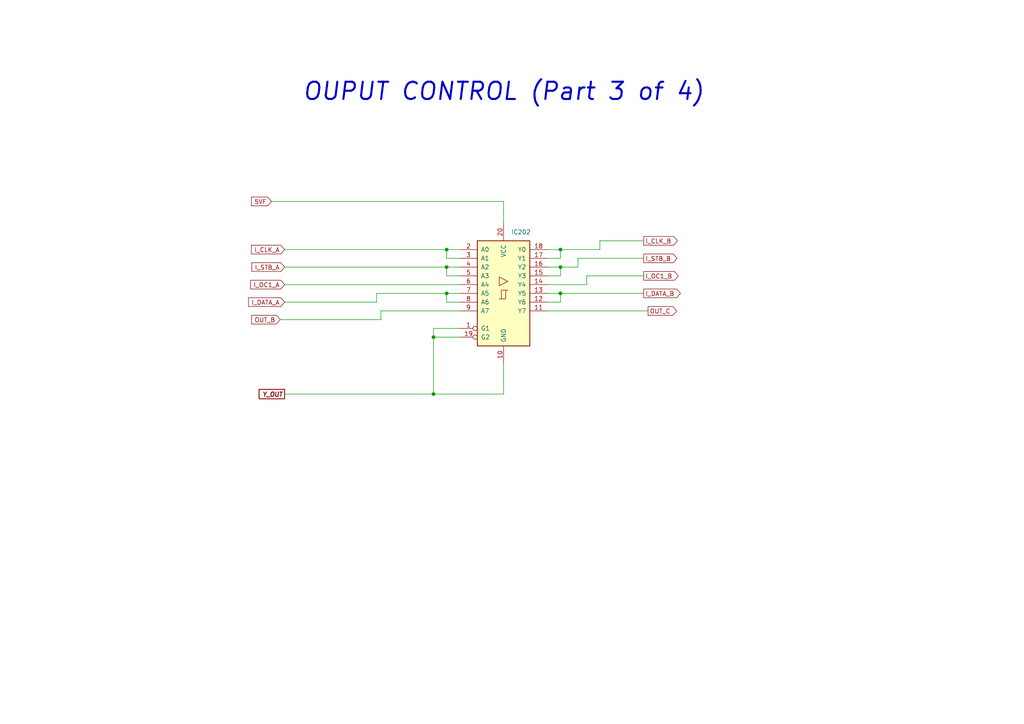
<source format=kicad_sch>
(kicad_sch (version 20231120) (generator "eeschema") (generator_version "8.0")
  (paper "A4")
  (title_block (title "Y BOARD LG PLASMA TV PANEL") (date "2025-03-24") (rev "1.0") (comment 1 "Author: Fábio Pereira da Silva") (comment 2 "Output control (Part 3 of 4)"))
  (lib_symbols
    (symbol "74xx:74AHC541" (pin_names (offset 1.016))
      (property "Reference" "U" (at -7.62 16.51 0))
      (property "Value" "74AHC541" (at -7.62 -16.51 0))
      (symbol "74AHC541_1_0"
        (polyline (pts (xy -0.635 -1.6002) (xy -0.635 0.9398) (xy 0.635 0.9398)))
        (polyline (pts (xy -1.27 -1.6002) (xy 0.635 -1.6002) (xy 0.635 0.9398) (xy 1.27 0.9398)))
        (polyline (pts (xy 1.27 3.4798) (xy -1.27 4.7498) (xy -1.27 2.2098) (xy 1.27 3.4798)) (stroke (width 0.1524)))
        (pin input inverted (at -12.7 -10.16 0) (length 5.08) (name "G1") (number "1"))
        (pin power_in line (at 0 -20.32 90) (length 5.08) (name "GND") (number "10"))
        (pin tri_state line (at 12.7 -5.08 180) (length 5.08) (name "Y7") (number "11"))
        (pin tri_state line (at 12.7 -2.54 180) (length 5.08) (name "Y6") (number "12"))
        (pin tri_state line (at 12.7 0 180) (length 5.08) (name "Y5") (number "13"))
        (pin tri_state line (at 12.7 2.54 180) (length 5.08) (name "Y4") (number "14"))
        (pin tri_state line (at 12.7 5.08 180) (length 5.08) (name "Y3") (number "15"))
        (pin tri_state line (at 12.7 7.62 180) (length 5.08) (name "Y2") (number "16"))
        (pin tri_state line (at 12.7 10.16 180) (length 5.08) (name "Y1") (number "17"))
        (pin tri_state line (at 12.7 12.7 180) (length 5.08) (name "Y0") (number "18"))
        (pin input inverted (at -12.7 -12.7 0) (length 5.08) (name "G2") (number "19"))
        (pin input line (at -12.7 12.7 0) (length 5.08) (name "A0") (number "2"))
        (pin power_in line (at 0 20.32 270) (length 5.08) (name "VCC") (number "20"))
        (pin input line (at -12.7 10.16 0) (length 5.08) (name "A1") (number "3"))
        (pin input line (at -12.7 7.62 0) (length 5.08) (name "A2") (number "4"))
        (pin input line (at -12.7 5.08 0) (length 5.08) (name "A3") (number "5"))
        (pin input line (at -12.7 2.54 0) (length 5.08) (name "A4") (number "6"))
        (pin input line (at -12.7 0 0) (length 5.08) (name "A5") (number "7"))
        (pin input line (at -12.7 -2.54 0) (length 5.08) (name "A6") (number "8"))
        (pin input line (at -12.7 -5.08 0) (length 5.08) (name "A7") (number "9"))
      )
      (symbol "74AHC541_1_1"
        (rectangle (start -7.62 15.24) (end 7.62 -15.24) (stroke (width 0.254)) (fill (type background)))
      )
    )
  )
  (junction (at 162.56 72.39))
  (junction (at 125.73 97.79))
  (junction (at 162.56 77.47))
  (junction (at 125.73 114.3))
  (junction (at 129.54 72.39))
  (junction (at 162.56 85.09))
  (junction (at 129.54 77.47))
  (junction (at 129.54 85.09))
  (wire (pts (xy 162.56 87.63) (xy 158.75 87.63)))
  (wire (pts (xy 125.73 97.79) (xy 133.35 97.79)))
  (wire (pts (xy 158.75 77.47) (xy 162.56 77.47)))
  (wire (pts (xy 129.54 77.47) (xy 129.54 80.01)))
  (wire (pts (xy 170.18 80.01) (xy 186.69 80.01)))
  (wire (pts (xy 129.54 74.93) (xy 129.54 72.39)))
  (wire (pts (xy 78.74 58.42) (xy 146.05 58.42)))
  (wire (pts (xy 125.73 114.3) (xy 146.05 114.3)))
  (wire (pts (xy 82.55 87.63) (xy 109.22 87.63)))
  (wire (pts (xy 158.75 90.17) (xy 187.96 90.17)))
  (wire (pts (xy 186.69 74.93) (xy 167.64 74.93)))
  (wire (pts (xy 82.55 114.3) (xy 125.73 114.3)))
  (wire (pts (xy 82.55 82.55) (xy 133.35 82.55)))
  (wire (pts (xy 110.49 92.71) (xy 110.49 90.17)))
  (wire (pts (xy 129.54 85.09) (xy 129.54 87.63)))
  (wire (pts (xy 186.69 69.85) (xy 173.99 69.85)))
  (wire (pts (xy 81.28 92.71) (xy 110.49 92.71)))
  (wire (pts (xy 133.35 77.47) (xy 129.54 77.47)))
  (wire (pts (xy 133.35 95.25) (xy 125.73 95.25)))
  (wire (pts (xy 158.75 74.93) (xy 162.56 74.93)))
  (wire (pts (xy 129.54 80.01) (xy 133.35 80.01)))
  (wire (pts (xy 162.56 72.39) (xy 173.99 72.39)))
  (wire (pts (xy 167.64 77.47) (xy 162.56 77.47)))
  (wire (pts (xy 125.73 95.25) (xy 125.73 97.79)))
  (wire (pts (xy 146.05 105.41) (xy 146.05 114.3)))
  (wire (pts (xy 162.56 80.01) (xy 158.75 80.01)))
  (wire (pts (xy 158.75 85.09) (xy 162.56 85.09)))
  (wire (pts (xy 109.22 87.63) (xy 109.22 85.09)))
  (wire (pts (xy 125.73 97.79) (xy 125.73 114.3)))
  (wire (pts (xy 173.99 69.85) (xy 173.99 72.39)))
  (wire (pts (xy 146.05 58.42) (xy 146.05 64.77)))
  (wire (pts (xy 133.35 85.09) (xy 129.54 85.09)))
  (wire (pts (xy 162.56 74.93) (xy 162.56 72.39)))
  (wire (pts (xy 162.56 85.09) (xy 186.69 85.09)))
  (wire (pts (xy 129.54 72.39) (xy 133.35 72.39)))
  (wire (pts (xy 162.56 85.09) (xy 162.56 87.63)))
  (wire (pts (xy 158.75 82.55) (xy 170.18 82.55)))
  (wire (pts (xy 82.55 72.39) (xy 129.54 72.39)))
  (wire (pts (xy 110.49 90.17) (xy 133.35 90.17)))
  (wire (pts (xy 170.18 80.01) (xy 170.18 82.55)))
  (wire (pts (xy 129.54 87.63) (xy 133.35 87.63)))
  (wire (pts (xy 109.22 85.09) (xy 129.54 85.09)))
  (wire (pts (xy 162.56 77.47) (xy 162.56 80.01)))
  (wire (pts (xy 162.56 72.39) (xy 158.75 72.39)))
  (wire (pts (xy 167.64 74.93) (xy 167.64 77.47)))
  (wire (pts (xy 82.55 77.47) (xy 129.54 77.47)))
  (wire (pts (xy 133.35 74.93) (xy 129.54 74.93)))
  (text "OUPUT CONTROL (Part 3 of 4)" (at 146.05 26.67 0) (effects (font (size 5 5) (thickness 0.6) (bold yes) (italic yes))))
  (global_label "I_OC1_B" (shape output) (at 186.69 80.01 0) (property "Intersheetrefs" "${INTERSHEET_REFS}" (effects (hide yes))))
  (global_label "5VF" (shape input) (at 78.74 58.42 180) (property "Intersheetrefs" "${INTERSHEET_REFS}" (effects (hide yes))))
  (global_label "OUT_B" (shape input) (at 81.28 92.71 180) (property "Intersheetrefs" "${INTERSHEET_REFS}" (effects (hide yes))))
  (global_label "Y_OUT" (shape passive) (at 82.55 114.3 180) (effects (font (thickness 0.254) (bold yes) (italic yes))) (property "Intersheetrefs" "${INTERSHEET_REFS}" (effects (hide yes))))
  (global_label "I_STB_A" (shape input) (at 82.55 77.47 180) (property "Intersheetrefs" "${INTERSHEET_REFS}" (effects (hide yes))))
  (global_label "I_CLK_B" (shape output) (at 186.69 69.85 0) (property "Intersheetrefs" "${INTERSHEET_REFS}" (effects (hide yes))))
  (global_label "OUT_C" (shape output) (at 187.96 90.17 0) (property "Intersheetrefs" "${INTERSHEET_REFS}" (effects (hide yes))))
  (global_label "I_STB_B" (shape output) (at 186.69 74.93 0) (property "Intersheetrefs" "${INTERSHEET_REFS}" (effects (hide yes))))
  (global_label "I_CLK_A" (shape input) (at 82.55 72.39 180) (property "Intersheetrefs" "${INTERSHEET_REFS}" (effects (hide yes))))
  (global_label "I_DATA_B" (shape output) (at 186.69 85.09 0) (property "Intersheetrefs" "${INTERSHEET_REFS}" (effects (hide yes))))
  (global_label "I_DATA_A" (shape input) (at 82.55 87.63 180) (property "Intersheetrefs" "${INTERSHEET_REFS}" (effects (hide yes))))
  (global_label "I_OC1_A" (shape input) (at 82.55 82.55 180) (property "Intersheetrefs" "${INTERSHEET_REFS}" (effects (hide yes))))
  (symbol (lib_id "74xx:74AHC541") (at 146.05 85.09 0) (unit 1)
    (property "Reference" "IC202" (at 148.2441 67.31 0) (effects (justify left)))
    (property "Value" "74AHC541" (effects (hide yes)))
    (property "Datasheet" "https://www.ti.com/lit/ds/symlink/sn74ahc541.pdf" (effects (hide yes)))
    (property "Description" "8-bit Buffer/Line Driver 3-state outputs" (effects (hide yes)))
  )
)
</source>
